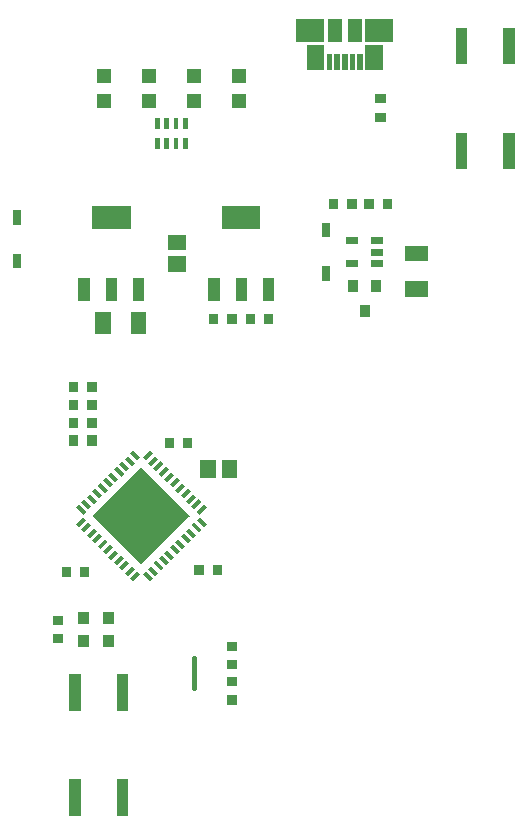
<source format=gbr>
G04 start of page 10 for group -4015 idx -4015 *
G04 Title: (unknown), toppaste *
G04 Creator: pcb 1.99z *
G04 CreationDate: Fri May 13 00:02:03 2016 UTC *
G04 For: matt *
G04 Format: Gerber/RS-274X *
G04 PCB-Dimensions (mil): 2500.00 3000.00 *
G04 PCB-Coordinate-Origin: lower left *
%MOIN*%
%FSLAX25Y25*%
%LNTOPPASTE*%
%ADD72C,0.0159*%
%ADD71C,0.0001*%
G54D71*G36*
X75000Y80315D02*X71457D01*
Y76378D01*
X75000D01*
Y80315D01*
G37*
G36*
X83268D02*X79724D01*
Y76378D01*
X83268D01*
Y80315D01*
G37*
G36*
X75000Y72835D02*X71457D01*
Y68898D01*
X75000D01*
Y72835D01*
G37*
G36*
X83268D02*X79724D01*
Y68898D01*
X83268D01*
Y72835D01*
G37*
G36*
X124409Y131121D02*X119291D01*
Y125217D01*
X124409D01*
Y131121D01*
G37*
G36*
X117323D02*X112205D01*
Y125217D01*
X117323D01*
Y131121D01*
G37*
G36*
X216929Y275197D02*X212992D01*
Y262992D01*
X216929D01*
Y275197D01*
G37*
G36*
X201181D02*X197244D01*
Y262992D01*
X201181D01*
Y275197D01*
G37*
G36*
X216929Y240157D02*X212992D01*
Y227953D01*
X216929D01*
Y240157D01*
G37*
G36*
X201181D02*X197244D01*
Y227953D01*
X201181D01*
Y240157D01*
G37*
G36*
X72441Y24606D02*X68504D01*
Y12402D01*
X72441D01*
Y24606D01*
G37*
G36*
X88189D02*X84252D01*
Y12402D01*
X88189D01*
Y24606D01*
G37*
G36*
X72441Y59646D02*X68504D01*
Y47441D01*
X72441D01*
Y59646D01*
G37*
G36*
X88189D02*X84252D01*
Y47441D01*
X88189D01*
Y59646D01*
G37*
G36*
X98563Y238425D02*X96988D01*
Y234882D01*
X98563D01*
Y238425D01*
G37*
G36*
X101713D02*X100138D01*
Y234882D01*
X101713D01*
Y238425D01*
G37*
G36*
X104862D02*X103287D01*
Y234882D01*
X104862D01*
Y238425D01*
G37*
G36*
X108012D02*X106437D01*
Y234882D01*
X108012D01*
Y238425D01*
G37*
G36*
Y245118D02*X106437D01*
Y241575D01*
X108012D01*
Y245118D01*
G37*
G36*
X104862D02*X103287D01*
Y241575D01*
X104862D01*
Y245118D01*
G37*
G36*
X101713D02*X100138D01*
Y241575D01*
X101713D01*
Y245118D01*
G37*
G36*
X98563D02*X96988D01*
Y241575D01*
X98563D01*
Y245118D01*
G37*
G36*
X52323Y199744D02*X49567D01*
Y195020D01*
X52323D01*
Y199744D01*
G37*
G36*
Y214311D02*X49567D01*
Y209587D01*
X52323D01*
Y214311D01*
G37*
G36*
X101379Y198957D02*Y193839D01*
X107283D01*
Y198957D01*
X101379D01*
G37*
G36*
Y206043D02*Y200925D01*
X107283D01*
Y206043D01*
X101379D01*
G37*
G36*
X82284Y180453D02*X77166D01*
Y172973D01*
X82284D01*
Y180453D01*
G37*
G36*
X94094D02*X88976D01*
Y172973D01*
X94094D01*
Y180453D01*
G37*
G36*
X76063Y215689D02*Y208209D01*
X88898D01*
Y215689D01*
X76063D01*
G37*
G36*
X75315Y191673D02*X71535D01*
Y184193D01*
X75315D01*
Y191673D01*
G37*
G36*
X84370D02*X80591D01*
Y184193D01*
X84370D01*
Y191673D01*
G37*
G36*
X93425D02*X89646D01*
Y184193D01*
X93425D01*
Y191673D01*
G37*
G36*
X119370Y215689D02*Y208209D01*
X132205D01*
Y215689D01*
X119370D01*
G37*
G36*
X118622Y191673D02*X114843D01*
Y184193D01*
X118622D01*
Y191673D01*
G37*
G36*
X127677D02*X123898D01*
Y184193D01*
X127677D01*
Y191673D01*
G37*
G36*
X136732D02*X132953D01*
Y184193D01*
X136732D01*
Y191673D01*
G37*
G36*
X180512Y190689D02*Y185571D01*
X187992D01*
Y190689D01*
X180512D01*
G37*
G36*
Y202499D02*Y197381D01*
X187992D01*
Y202499D01*
X180512D01*
G37*
G36*
X160795Y205472D02*Y203072D01*
X164795D01*
Y205472D01*
X160795D01*
G37*
G36*
Y197672D02*Y195272D01*
X164795D01*
Y197672D01*
X160795D01*
G37*
G36*
X168995D02*Y195272D01*
X172995D01*
Y197672D01*
X168995D01*
G37*
G36*
Y201572D02*Y199172D01*
X172995D01*
Y201572D01*
X168995D01*
G37*
G36*
Y205472D02*Y203072D01*
X172995D01*
Y205472D01*
X168995D01*
G37*
G36*
X172529Y191046D02*X169129D01*
Y187046D01*
X172529D01*
Y191046D01*
G37*
G36*
X164729D02*X161329D01*
Y187046D01*
X164729D01*
Y191046D01*
G37*
G36*
X168629Y182846D02*X165229D01*
Y178846D01*
X168629D01*
Y182846D01*
G37*
G36*
X155315Y195610D02*X152559D01*
Y190886D01*
X155315D01*
Y195610D01*
G37*
G36*
Y210177D02*X152559D01*
Y205453D01*
X155315D01*
Y210177D01*
G37*
G36*
X77638Y261496D02*Y256772D01*
X82362D01*
Y261496D01*
X77638D01*
G37*
G36*
Y253228D02*Y248504D01*
X82362D01*
Y253228D01*
X77638D01*
G37*
G36*
X92638Y261496D02*Y256772D01*
X97362D01*
Y261496D01*
X92638D01*
G37*
G36*
Y253228D02*Y248504D01*
X97362D01*
Y253228D01*
X92638D01*
G37*
G36*
X107638Y261496D02*Y256772D01*
X112362D01*
Y261496D01*
X107638D01*
G37*
G36*
Y253228D02*Y248504D01*
X112362D01*
Y253228D01*
X107638D01*
G37*
G36*
X122638Y261496D02*Y256772D01*
X127362D01*
Y261496D01*
X122638D01*
G37*
G36*
Y253228D02*Y248504D01*
X127362D01*
Y253228D01*
X122638D01*
G37*
G36*
X77628Y157018D02*X74537D01*
Y153612D01*
X77628D01*
Y157018D01*
G37*
G36*
X71526D02*X68435D01*
Y153612D01*
X71526D01*
Y157018D01*
G37*
G36*
X164242Y218041D02*X161152D01*
Y214636D01*
X164242D01*
Y218041D01*
G37*
G36*
X158140D02*X155049D01*
Y214636D01*
X158140D01*
Y218041D01*
G37*
G36*
X176053D02*X172963D01*
Y214636D01*
X176053D01*
Y218041D01*
G37*
G36*
X169951D02*X166860D01*
Y214636D01*
X169951D01*
Y218041D01*
G37*
G36*
X71526Y151112D02*X68435D01*
Y147707D01*
X71526D01*
Y151112D01*
G37*
G36*
X77628D02*X74537D01*
Y147707D01*
X77628D01*
Y151112D01*
G37*
G36*
X71526Y145207D02*X68435D01*
Y141801D01*
X71526D01*
Y145207D01*
G37*
G36*
X77628D02*X74537D01*
Y141801D01*
X77628D01*
Y145207D01*
G37*
G36*
Y139301D02*X74537D01*
Y135896D01*
X77628D01*
Y139301D01*
G37*
G36*
X71526D02*X68435D01*
Y135896D01*
X71526D01*
Y139301D01*
G37*
G36*
X109518Y138514D02*X106427D01*
Y135108D01*
X109518D01*
Y138514D01*
G37*
G36*
X103415D02*X100325D01*
Y135108D01*
X103415D01*
Y138514D01*
G37*
G36*
X68967Y95404D02*X65876D01*
Y91998D01*
X68967D01*
Y95404D01*
G37*
G36*
X75069D02*X71978D01*
Y91998D01*
X75069D01*
Y95404D01*
G37*
G36*
X119360Y96191D02*X116270D01*
Y92785D01*
X119360D01*
Y96191D01*
G37*
G36*
X113258D02*X110167D01*
Y92785D01*
X113258D01*
Y96191D01*
G37*
G36*
X63061Y73100D02*Y70010D01*
X66467D01*
Y73100D01*
X63061D01*
G37*
G36*
Y79203D02*Y76112D01*
X66467D01*
Y79203D01*
X63061D01*
G37*
G36*
X124281Y179852D02*X121191D01*
Y176447D01*
X124281D01*
Y179852D01*
G37*
G36*
X118179D02*X115089D01*
Y176447D01*
X118179D01*
Y179852D01*
G37*
G36*
X130384D02*X127293D01*
Y176447D01*
X130384D01*
Y179852D01*
G37*
G36*
X136486D02*X133396D01*
Y176447D01*
X136486D01*
Y179852D01*
G37*
G36*
X161280Y266437D02*X159350D01*
Y261004D01*
X161280D01*
Y266437D01*
G37*
G36*
X163839D02*X161909D01*
Y261004D01*
X163839D01*
Y266437D01*
G37*
G36*
X166398D02*X164469D01*
Y261004D01*
X166398D01*
Y266437D01*
G37*
G36*
X158720D02*X156791D01*
Y261004D01*
X158720D01*
Y266437D01*
G37*
G36*
X156161D02*X154232D01*
Y261004D01*
X156161D01*
Y266437D01*
G37*
G36*
X172913Y269272D02*X167106D01*
Y261004D01*
X172913D01*
Y269272D01*
G37*
G36*
X167106Y277933D02*Y270453D01*
X176457D01*
Y277933D01*
X167106D01*
G37*
G36*
X165925D02*X161299D01*
Y270453D01*
X165925D01*
Y277933D01*
G37*
G36*
X159331D02*X154705D01*
Y270453D01*
X159331D01*
Y277933D01*
G37*
G36*
X144173D02*Y270453D01*
X153524D01*
Y277933D01*
X144173D01*
G37*
G36*
X153524Y269272D02*X147717D01*
Y261004D01*
X153524D01*
Y269272D01*
G37*
G36*
X170541Y246919D02*Y243829D01*
X173947D01*
Y246919D01*
X170541D01*
G37*
G36*
Y253022D02*Y249931D01*
X173947D01*
Y253022D01*
X170541D01*
G37*
G54D72*X110000Y65000D02*Y55000D01*
G54D71*G36*
X76752Y112918D02*X76334Y112500D01*
X92500Y96334D01*
X92918Y96752D01*
X76752Y112918D01*
G37*
G36*
X92082Y96752D02*X92500Y96334D01*
X108666Y112500D01*
X108248Y112918D01*
X92082Y96752D01*
G37*
G36*
X92500Y128666D02*X92082Y128248D01*
X108248Y112082D01*
X108666Y112500D01*
X92500Y128666D01*
G37*
G36*
X76334Y112500D02*X76752Y112082D01*
X92918Y128248D01*
X92500Y128666D01*
X76334Y112500D01*
G37*
G36*
X76374D02*X80689Y108185D01*
X96815Y124311D01*
X92500Y128626D01*
X76374Y112500D01*
G37*
G36*
X80311Y108563D02*X84626Y104248D01*
X100752Y120374D01*
X96437Y124689D01*
X80311Y108563D01*
G37*
G36*
X84248Y104626D02*X88563Y100311D01*
X104689Y116437D01*
X100374Y120752D01*
X84248Y104626D01*
G37*
G36*
X88185Y100689D02*X92500Y96374D01*
X108626Y112500D01*
X104311Y116815D01*
X88185Y100689D01*
G37*
G36*
X102940Y103035D02*X101965Y102060D01*
X104331Y99694D01*
X105306Y100669D01*
X102940Y103035D01*
G37*
G36*
X101130Y101225D02*X100156Y100251D01*
X102522Y97885D01*
X103496Y98859D01*
X101130Y101225D01*
G37*
G36*
X99321Y99416D02*X98346Y98441D01*
X100712Y96075D01*
X101687Y97049D01*
X99321Y99416D01*
G37*
G36*
X97512Y97606D02*X96537Y96632D01*
X98903Y94266D01*
X99877Y95240D01*
X97512Y97606D01*
G37*
G36*
X95702Y95797D02*X94728Y94823D01*
X97093Y92456D01*
X98068Y93431D01*
X95702Y95797D01*
G37*
G36*
X93892Y93987D02*X92918Y93013D01*
X95284Y90647D01*
X96258Y91621D01*
X93892Y93987D01*
G37*
G36*
X104749Y104844D02*X103775Y103870D01*
X106141Y101504D01*
X107115Y102478D01*
X104749Y104844D01*
G37*
G36*
X106559Y106654D02*X105584Y105679D01*
X107951Y103313D01*
X108925Y104288D01*
X106559Y106654D01*
G37*
G36*
X108368Y108463D02*X107394Y107488D01*
X109760Y105123D01*
X110734Y106097D01*
X108368Y108463D01*
G37*
G36*
X110177Y110272D02*X109203Y109298D01*
X111569Y106932D01*
X112544Y107907D01*
X110177Y110272D01*
G37*
G36*
X111987Y112082D02*X111013Y111108D01*
X113379Y108742D01*
X114353Y109716D01*
X111987Y112082D01*
G37*
G36*
X80669Y125306D02*X79694Y124331D01*
X82060Y121965D01*
X83035Y122940D01*
X80669Y125306D01*
G37*
G36*
X78859Y123496D02*X77885Y122522D01*
X80251Y120156D01*
X81225Y121130D01*
X78859Y123496D01*
G37*
G36*
X77049Y121687D02*X76075Y120712D01*
X78441Y118346D01*
X79416Y119321D01*
X77049Y121687D01*
G37*
G36*
X75240Y119877D02*X74266Y118903D01*
X76632Y116537D01*
X77606Y117512D01*
X75240Y119877D01*
G37*
G36*
X73431Y118068D02*X72456Y117093D01*
X74823Y114728D01*
X75797Y115702D01*
X73431Y118068D01*
G37*
G36*
X71621Y116258D02*X70647Y115284D01*
X73013Y112918D01*
X73987Y113892D01*
X71621Y116258D01*
G37*
G36*
X82478Y127115D02*X81504Y126141D01*
X83870Y123775D01*
X84844Y124749D01*
X82478Y127115D01*
G37*
G36*
X84288Y128925D02*X83313Y127951D01*
X85679Y125584D01*
X86654Y126559D01*
X84288Y128925D01*
G37*
G36*
X86097Y130734D02*X85123Y129760D01*
X87488Y127394D01*
X88463Y128368D01*
X86097Y130734D01*
G37*
G36*
X87907Y132544D02*X86932Y131569D01*
X89298Y129203D01*
X90272Y130177D01*
X87907Y132544D01*
G37*
G36*
X89716Y134353D02*X88742Y133379D01*
X91108Y131013D01*
X92082Y131987D01*
X89716Y134353D01*
G37*
G36*
X101965Y122940D02*X102940Y121965D01*
X105306Y124331D01*
X104331Y125306D01*
X101965Y122940D01*
G37*
G36*
X103775Y121130D02*X104749Y120156D01*
X107115Y122522D01*
X106141Y123496D01*
X103775Y121130D01*
G37*
G36*
X105584Y119321D02*X106559Y118346D01*
X108925Y120712D01*
X107951Y121687D01*
X105584Y119321D01*
G37*
G36*
X107394Y117512D02*X108368Y116537D01*
X110734Y118903D01*
X109760Y119877D01*
X107394Y117512D01*
G37*
G36*
X109203Y115702D02*X110177Y114728D01*
X112544Y117093D01*
X111569Y118068D01*
X109203Y115702D01*
G37*
G36*
X111013Y113892D02*X111987Y112918D01*
X114353Y115284D01*
X113379Y116258D01*
X111013Y113892D01*
G37*
G36*
X100156Y124749D02*X101130Y123775D01*
X103496Y126141D01*
X102522Y127115D01*
X100156Y124749D01*
G37*
G36*
X98346Y126559D02*X99321Y125584D01*
X101687Y127951D01*
X100712Y128925D01*
X98346Y126559D01*
G37*
G36*
X96537Y128368D02*X97512Y127394D01*
X99877Y129760D01*
X98903Y130734D01*
X96537Y128368D01*
G37*
G36*
X94728Y130177D02*X95702Y129203D01*
X98068Y131569D01*
X97093Y132544D01*
X94728Y130177D01*
G37*
G36*
X92918Y131987D02*X93892Y131013D01*
X96258Y133379D01*
X95284Y134353D01*
X92918Y131987D01*
G37*
G36*
X79694Y100669D02*X80669Y99694D01*
X83035Y102060D01*
X82060Y103035D01*
X79694Y100669D01*
G37*
G36*
X81504Y98859D02*X82478Y97885D01*
X84844Y100251D01*
X83870Y101225D01*
X81504Y98859D01*
G37*
G36*
X83313Y97049D02*X84288Y96075D01*
X86654Y98441D01*
X85679Y99416D01*
X83313Y97049D01*
G37*
G36*
X85123Y95240D02*X86097Y94266D01*
X88463Y96632D01*
X87488Y97606D01*
X85123Y95240D01*
G37*
G36*
X86932Y93431D02*X87907Y92456D01*
X90272Y94823D01*
X89298Y95797D01*
X86932Y93431D01*
G37*
G36*
X88742Y91621D02*X89716Y90647D01*
X92082Y93013D01*
X91108Y93987D01*
X88742Y91621D01*
G37*
G36*
X77885Y102478D02*X78859Y101504D01*
X81225Y103870D01*
X80251Y104844D01*
X77885Y102478D01*
G37*
G36*
X76075Y104288D02*X77049Y103313D01*
X79416Y105679D01*
X78441Y106654D01*
X76075Y104288D01*
G37*
G36*
X74266Y106097D02*X75240Y105123D01*
X77606Y107488D01*
X76632Y108463D01*
X74266Y106097D01*
G37*
G36*
X72456Y107907D02*X73431Y106932D01*
X75797Y109298D01*
X74823Y110272D01*
X72456Y107907D01*
G37*
G36*
X70647Y109716D02*X71621Y108742D01*
X73987Y111108D01*
X73013Y112082D01*
X70647Y109716D01*
G37*
G36*
X121132Y58730D02*Y55640D01*
X124537D01*
Y58730D01*
X121132D01*
G37*
G36*
Y52628D02*Y49537D01*
X124537D01*
Y52628D01*
X121132D01*
G37*
G36*
Y64439D02*Y61348D01*
X124537D01*
Y64439D01*
X121132D01*
G37*
G36*
Y70541D02*Y67451D01*
X124537D01*
Y70541D01*
X121132D01*
G37*
M02*

</source>
